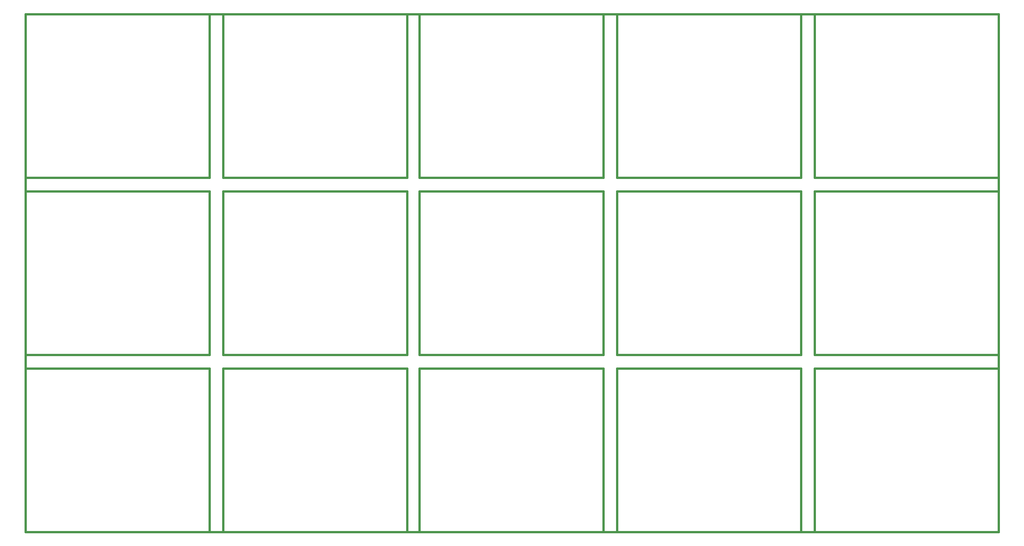
<source format=gbr>
G04 (created by PCBNEW-RS274X (2011-07-08)-stable) date Thu 21 Jul 2011 06:08:38 PM EDT*
G01*
G70*
G90*
%MOIN*%
G04 Gerber Fmt 3.4, Leading zero omitted, Abs format*
%FSLAX34Y34*%
G04 APERTURE LIST*
%ADD10C,0.006000*%
%ADD11C,0.015000*%
G04 APERTURE END LIST*
G54D10*
G54D11*
X23500Y-46200D02*
X23500Y-50500D01*
X23500Y-12500D02*
X23500Y-46200D01*
X94900Y-12500D02*
X23500Y-12500D01*
X94900Y-50500D02*
X94900Y-12500D01*
X23500Y-50500D02*
X94900Y-50500D01*
X80200Y-38500D02*
X67100Y-38500D01*
X67100Y-38500D02*
X66900Y-38500D01*
X66900Y-38500D02*
X66900Y-50500D01*
X66900Y-50500D02*
X80300Y-50500D01*
X80400Y-38500D02*
X80200Y-38500D01*
X80300Y-50500D02*
X80400Y-50500D01*
X80400Y-50500D02*
X80400Y-38500D01*
X65700Y-38500D02*
X52600Y-38500D01*
X52600Y-38500D02*
X52400Y-38500D01*
X52400Y-38500D02*
X52400Y-50500D01*
X52400Y-50500D02*
X65800Y-50500D01*
X65900Y-38500D02*
X65700Y-38500D01*
X65800Y-50500D02*
X65900Y-50500D01*
X65900Y-50500D02*
X65900Y-38500D01*
X51300Y-38500D02*
X38200Y-38500D01*
X38200Y-38500D02*
X38000Y-38500D01*
X38000Y-38500D02*
X38000Y-50500D01*
X38000Y-50500D02*
X51400Y-50500D01*
X51500Y-38500D02*
X51300Y-38500D01*
X51400Y-50500D02*
X51500Y-50500D01*
X51500Y-50500D02*
X51500Y-38500D01*
X37000Y-50500D02*
X37000Y-38500D01*
X36900Y-50500D02*
X37000Y-50500D01*
X37000Y-38500D02*
X36800Y-38500D01*
X23500Y-50500D02*
X36900Y-50500D01*
X23500Y-38500D02*
X23500Y-50500D01*
X23700Y-38500D02*
X23500Y-38500D01*
X36800Y-38500D02*
X23700Y-38500D01*
X94900Y-50500D02*
X94900Y-38500D01*
X94800Y-50500D02*
X94900Y-50500D01*
X94900Y-38500D02*
X94700Y-38500D01*
X81400Y-50500D02*
X94800Y-50500D01*
X81400Y-38500D02*
X81400Y-50500D01*
X81600Y-38500D02*
X81400Y-38500D01*
X94700Y-38500D02*
X81600Y-38500D01*
X94700Y-25500D02*
X81600Y-25500D01*
X81600Y-25500D02*
X81400Y-25500D01*
X81400Y-25500D02*
X81400Y-37500D01*
X81400Y-37500D02*
X94800Y-37500D01*
X94900Y-25500D02*
X94700Y-25500D01*
X94800Y-37500D02*
X94900Y-37500D01*
X94900Y-37500D02*
X94900Y-25500D01*
X36800Y-25500D02*
X23700Y-25500D01*
X23700Y-25500D02*
X23500Y-25500D01*
X23500Y-25500D02*
X23500Y-37500D01*
X23500Y-37500D02*
X36900Y-37500D01*
X37000Y-25500D02*
X36800Y-25500D01*
X36900Y-37500D02*
X37000Y-37500D01*
X37000Y-37500D02*
X37000Y-25500D01*
X51500Y-37500D02*
X51500Y-25500D01*
X51400Y-37500D02*
X51500Y-37500D01*
X51500Y-25500D02*
X51300Y-25500D01*
X38000Y-37500D02*
X51400Y-37500D01*
X38000Y-25500D02*
X38000Y-37500D01*
X38200Y-25500D02*
X38000Y-25500D01*
X51300Y-25500D02*
X38200Y-25500D01*
X65900Y-37500D02*
X65900Y-25500D01*
X65800Y-37500D02*
X65900Y-37500D01*
X65900Y-25500D02*
X65700Y-25500D01*
X52400Y-37500D02*
X65800Y-37500D01*
X52400Y-25500D02*
X52400Y-37500D01*
X52600Y-25500D02*
X52400Y-25500D01*
X65700Y-25500D02*
X52600Y-25500D01*
X80400Y-37500D02*
X80400Y-25500D01*
X80300Y-37500D02*
X80400Y-37500D01*
X80400Y-25500D02*
X80200Y-25500D01*
X66900Y-37500D02*
X80300Y-37500D01*
X66900Y-25500D02*
X66900Y-37500D01*
X67100Y-25500D02*
X66900Y-25500D01*
X80200Y-25500D02*
X67100Y-25500D01*
X80200Y-12500D02*
X67100Y-12500D01*
X67100Y-12500D02*
X66900Y-12500D01*
X66900Y-12500D02*
X66900Y-24500D01*
X66900Y-24500D02*
X80300Y-24500D01*
X80400Y-12500D02*
X80200Y-12500D01*
X80300Y-24500D02*
X80400Y-24500D01*
X80400Y-24500D02*
X80400Y-12500D01*
X65700Y-12500D02*
X52600Y-12500D01*
X52600Y-12500D02*
X52400Y-12500D01*
X52400Y-12500D02*
X52400Y-24500D01*
X52400Y-24500D02*
X65800Y-24500D01*
X65900Y-12500D02*
X65700Y-12500D01*
X65800Y-24500D02*
X65900Y-24500D01*
X65900Y-24500D02*
X65900Y-12500D01*
X51300Y-12500D02*
X38200Y-12500D01*
X38200Y-12500D02*
X38000Y-12500D01*
X38000Y-12500D02*
X38000Y-24500D01*
X38000Y-24500D02*
X51400Y-24500D01*
X51500Y-12500D02*
X51300Y-12500D01*
X51400Y-24500D02*
X51500Y-24500D01*
X51500Y-24500D02*
X51500Y-12500D01*
X37000Y-24500D02*
X37000Y-12500D01*
X36900Y-24500D02*
X37000Y-24500D01*
X37000Y-12500D02*
X36800Y-12500D01*
X23500Y-24500D02*
X36900Y-24500D01*
X23500Y-12500D02*
X23500Y-24500D01*
X23700Y-12500D02*
X23500Y-12500D01*
X36800Y-12500D02*
X23700Y-12500D01*
X94900Y-24500D02*
X94900Y-12500D01*
X94800Y-24500D02*
X94900Y-24500D01*
X94900Y-12500D02*
X94700Y-12500D01*
X81400Y-24500D02*
X94800Y-24500D01*
X81400Y-12500D02*
X81400Y-24500D01*
X81600Y-12500D02*
X81400Y-12500D01*
X94700Y-12500D02*
X81600Y-12500D01*
M02*

</source>
